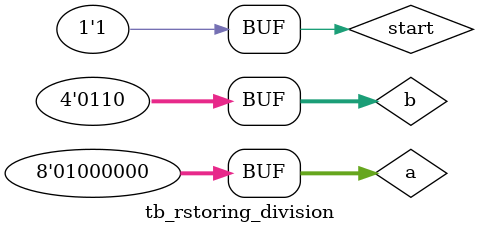
<source format=v>
`timescale 1ns / 1ps


module tb_rstoring_division();
    reg [7:0] a;
    reg [3:0] b;
    wire [7:0] result;
    reg start;
    
    restoring_division dut(.a(a),.b(b),.result(result),.start(start));
    
    initial begin
    start = 0;
    #50;
    start = 1;
    a = 8'b00000000;
    b = 4'b0000;
    #50
    a = 8'b00110000;
    b = 4'b0011;
    #50
    a = 8'b11000000;
    b = 4'b1100;
    #50
    a = 8'b01000000;
    b = 4'b0100;
    #50
    a = 8'b01000000;
    b = 4'b0110;
    end
    
endmodule

</source>
